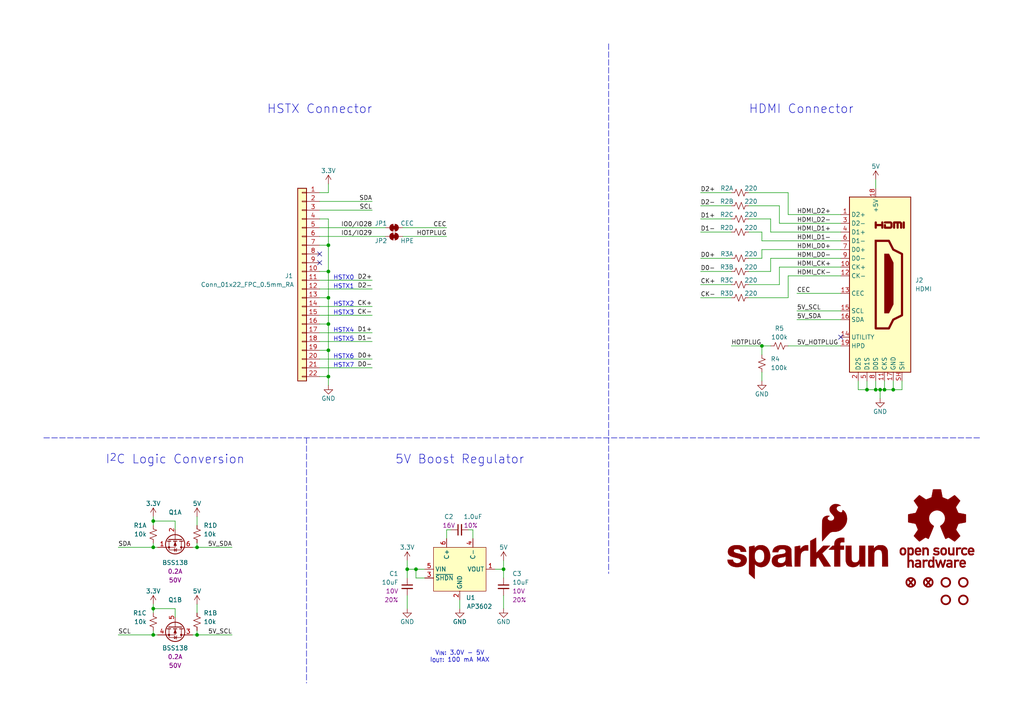
<source format=kicad_sch>
(kicad_sch (version 20231120) (generator "eeschema") (generator_version "8.0")
  (paper "A4")
  (title_block (title "SparkFun HSTX to DVI Breakout") (date "2025-03-03") (rev "v10") (company "SparkFun Electronics") (comment 1 "Designed by: Alex Brudner"))
  (lib_symbols
    (symbol "SparkFun-Aesthetic:Fiducial_0.5mm"
      (symbol "Fiducial_0.5mm_1_1"
        (text "x" (at 0 0.254 0) (effects (font (size 2.5 2.5) (bold yes))))
      )
    )
    (symbol "SparkFun-Aesthetic:OSHW_Logo" (pin_names (offset 1.016)) (in_bom no))
    (symbol "SparkFun-Aesthetic:SparkFun_Logo" (pin_names (offset 1.016)) (on_board no))
    (symbol "SparkFun-Capacitor:1.0uF_0603_16V_10%" (pin_numbers hide) (pin_names (offset 0.254))
      (property "Reference" "C" (at 0.635 2.54 0))
      (property "Value" "1.0uF" (at 0.635 -2.54 0))
      (property "Voltage" "16V" (at 0 -6.35 0))
      (property "Tolerance" "10%" (at 0 -8.89 0))
      (symbol "1.0uF_0603_16V_10%_1_1"
        (pin passive line (at 0 2.54 270) (length 2.032) (name "~") (number "1"))
        (pin passive line (at 0 -2.54 90) (length 2.032) (name "~") (number "2"))
      )
    )
    (symbol "SparkFun-Capacitor:10uF_0603_10V_20%" (pin_numbers hide) (pin_names (offset 0.254))
      (property "Reference" "C" (at 0.635 2.54 0))
      (property "Value" "10uF" (at 0.635 -2.54 0))
      (property "Voltage" "10V" (at 0 -6.35 0))
      (property "Tolerance" "20%" (at 0 -8.89 0))
      (symbol "10uF_0603_10V_20%_1_1"
        (pin passive line (at 0 2.54 270) (length 2.032) (name "~") (number "1"))
        (pin passive line (at 0 -2.54 90) (length 2.032) (name "~") (number "2"))
      )
    )
    (symbol "SparkFun-Connector:Conn_01x22_FPC_0.5mm_RA" (pin_names (offset 1.016) hide)
      (property "Reference" "J" (at 0 27.94 0))
      (property "Value" "Conn_01x22_FPC_0.5mm_RA" (at 0 -30.48 0))
      (symbol "Conn_01x22_FPC_0.5mm_RA_1_1"
        (pin passive line (at -5.08 25.4 0) (length 3.81) (name "Pin_1") (number "1"))
        (pin passive line (at -5.08 2.54 0) (length 3.81) (name "Pin_10") (number "10"))
        (pin passive line (at -5.08 0 0) (length 3.81) (name "Pin_11") (number "11"))
        (pin passive line (at -5.08 -2.54 0) (length 3.81) (name "Pin_12") (number "12"))
        (pin passive line (at -5.08 -5.08 0) (length 3.81) (name "Pin_13") (number "13"))
        (pin passive line (at -5.08 -7.62 0) (length 3.81) (name "Pin_14") (number "14"))
        (pin passive line (at -5.08 -10.16 0) (length 3.81) (name "Pin_15") (number "15"))
        (pin passive line (at -5.08 -12.7 0) (length 3.81) (name "Pin_16") (number "16"))
        (pin passive line (at -5.08 -15.24 0) (length 3.81) (name "Pin_17") (number "17"))
        (pin passive line (at -5.08 -17.78 0) (length 3.81) (name "Pin_18") (number "18"))
        (pin passive line (at -5.08 -20.32 0) (length 3.81) (name "Pin_19") (number "19"))
        (pin passive line (at -5.08 22.86 0) (length 3.81) (name "Pin_2") (number "2"))
        (pin passive line (at -5.08 -22.86 0) (length 3.81) (name "Pin_20") (number "20"))
        (pin passive line (at -5.08 -25.4 0) (length 3.81) (name "Pin_21") (number "21"))
        (pin passive line (at -5.08 -27.94 0) (length 3.81) (name "Pin_22") (number "22"))
        (pin passive line (at -5.08 20.32 0) (length 3.81) (name "Pin_3") (number "3"))
        (pin passive line (at -5.08 17.78 0) (length 3.81) (name "Pin_4") (number "4"))
        (pin passive line (at -5.08 15.24 0) (length 3.81) (name "Pin_5") (number "5"))
        (pin passive line (at -5.08 12.7 0) (length 3.81) (name "Pin_6") (number "6"))
        (pin passive line (at -5.08 10.16 0) (length 3.81) (name "Pin_7") (number "7"))
        (pin passive line (at -5.08 7.62 0) (length 3.81) (name "Pin_8") (number "8"))
        (pin passive line (at -5.08 5.08 0) (length 3.81) (name "Pin_9") (number "9"))
      )
    )
    (symbol "SparkFun-Connector:HDMI_A_19P_SMD"
      (property "Reference" "J" (at -7.112 26.924 0))
      (property "Value" "HDMI" (at 7.112 26.67 0))
      (symbol "HDMI_A_19P_SMD_1_1"
        (pin passive line (at -10.16 20.32 0) (length 2.54) (name "D2+") (number "1"))
        (pin passive line (at -10.16 5.08 0) (length 2.54) (name "CK+") (number "10"))
        (pin power_in line (at 2.54 -27.94 90) (length 2.54) (name "CKS") (number "11"))
        (pin passive line (at -10.16 2.54 0) (length 2.54) (name "CK-") (number "12"))
        (pin bidirectional line (at -10.16 -2.54 0) (length 2.54) (name "CEC") (number "13"))
        (pin passive line (at -10.16 -15.24 0) (length 2.54) (name "UTILITY") (number "14"))
        (pin passive line (at -10.16 -7.62 0) (length 2.54) (name "SCL") (number "15"))
        (pin bidirectional line (at -10.16 -10.16 0) (length 2.54) (name "SDA") (number "16"))
        (pin power_in line (at 5.08 -27.94 90) (length 2.54) (name "GND") (number "17"))
        (pin power_in line (at 0 27.94 270) (length 2.54) (name "+5V") (number "18"))
        (pin passive line (at -10.16 -17.78 0) (length 2.54) (name "HPD") (number "19"))
        (pin power_in line (at -5.08 -27.94 90) (length 2.54) (name "D2S") (number "2"))
        (pin passive line (at -10.16 17.78 0) (length 2.54) (name "D2-") (number "3"))
        (pin passive line (at -10.16 15.24 0) (length 2.54) (name "D1+") (number "4"))
        (pin power_in line (at -2.54 -27.94 90) (length 2.54) (name "D1S") (number "5"))
        (pin passive line (at -10.16 12.7 0) (length 2.54) (name "D1-") (number "6"))
        (pin passive line (at -10.16 10.16 0) (length 2.54) (name "D0+") (number "7"))
        (pin power_in line (at 0 -27.94 90) (length 2.54) (name "D0S") (number "8"))
        (pin passive line (at -10.16 7.62 0) (length 2.54) (name "D0-") (number "9"))
        (pin passive line (at 7.62 -27.94 90) (length 2.54) (name "SH") (number "SH"))
      )
    )
    (symbol "SparkFun-DiscreteSemi:Q_NMOS_0.2A_50V_DUAL" (pin_names (offset 0) hide)
      (property "Reference" "Q" (at 5.08 1.27 0))
      (property "Value" "BSS138" (at 5.08 -1.27 0))
      (property "IMax" "0.2A" (at 7.62 -3.81 0))
      (property "VMax" "50V" (at 7.62 -6.35 0))
      (symbol "Q_NMOS_0.2A_50V_DUAL_1_1"
        (pin passive line (at 2.54 -5.08 90) (length 2.54) (name "S") (number "1"))
        (pin passive line (at -2.54 0 0) (length 0) (name "G") (number "2"))
        (pin passive line (at 2.54 5.08 270) (length 2.54) (name "D") (number "6"))
      )
      (symbol "Q_NMOS_0.2A_50V_DUAL_2_1"
        (pin passive line (at 2.54 5.08 270) (length 2.54) (name "D") (number "3"))
        (pin passive line (at 2.54 -5.08 90) (length 2.54) (name "S") (number "4"))
        (pin passive line (at -2.54 0 0) (length 0) (name "G") (number "5"))
      )
    )
    (symbol "SparkFun-Hardware:Standoff")
    (symbol "SparkFun-IC-Power:AP3602AKTR"
      (property "Reference" "U" (at 0 7.62 0))
      (property "Value" "AP3602" (at 4.318 -7.62 0))
      (symbol "AP3602AKTR_1_1"
        (pin passive line (at 10.16 0 180) (length 2.54) (name "VOUT") (number "1"))
        (pin passive line (at 0 -8.89 90) (length 2.54) (name "GND") (number "2"))
        (pin passive line (at -10.16 -2.54 0) (length 2.54) (name "~{SHDN}") (number "3"))
        (pin passive line (at 3.81 8.89 270) (length 2.54) (name "C-") (number "4"))
        (pin passive line (at -10.16 0 0) (length 2.54) (name "VIN") (number "5"))
        (pin passive line (at -3.81 8.89 270) (length 2.54) (name "C+") (number "6"))
      )
    )
    (symbol "SparkFun-Jumper:SolderJumper_2_Bridged" (pin_numbers hide) (pin_names (offset 0) hide)
      (property "Reference" "JP" (at 0 2.032 0))
      (property "Value" "~" (at 0 -2.54 0))
      (symbol "SolderJumper_2_Bridged_1_1"
        (pin passive line (at -2.54 0 0) (length 1.27) (name "A") (number "1"))
        (pin passive line (at 2.54 0 180) (length 1.27) (name "B") (number "2"))
      )
    )
    (symbol "SparkFun-PowerSymbol:3.3V" (power) (pin_names (offset 0))
      (property "Value" "3.3V" (at 0 3.81 0))
      (symbol "3.3V_1_1"
        (pin power_in line (at 0 0 90) (length 0) hide (name "3.3V") (number "1"))
      )
    )
    (symbol "SparkFun-PowerSymbol:5V" (power) (pin_names (offset 0))
      (property "Value" "5V" (at 0 3.81 0))
      (symbol "5V_1_1"
        (pin power_in line (at 0 0 90) (length 0) hide (name "5V") (number "1"))
      )
    )
    (symbol "SparkFun-PowerSymbol:GND" (power) (pin_names (offset 0))
      (property "Value" "GND" (at 0 -3.81 0))
      (symbol "GND_1_1"
        (pin power_in line (at 0 0 270) (length 0) hide (name "GND") (number "1"))
      )
    )
    (symbol "SparkFun-Resistor:100k_0402" (pin_numbers hide) (pin_names (offset 0))
      (property "Reference" "R" (at 0 -2.54 0))
      (property "Value" "100k" (at 0 2.54 0))
      (symbol "100k_0402_1_1"
        (pin passive line (at -2.54 0 0) (length 1.016) (name "~") (number "1"))
        (pin passive line (at 2.54 0 180) (length 1.016) (name "~") (number "2"))
      )
    )
    (symbol "SparkFun-Resistor:10k_1206_4_ARR" (pin_numbers hide) (pin_names (offset 0))
      (property "Reference" "R" (at 0 -2.54 0))
      (property "Value" "10k" (at 0 2.54 0))
      (symbol "10k_1206_4_ARR_1_1"
        (pin passive line (at -2.54 0 0) (length 1.016) (name "~") (number "1"))
        (pin passive line (at 2.54 0 180) (length 1.016) (name "~") (number "2"))
      )
      (symbol "10k_1206_4_ARR_2_1"
        (pin passive line (at -2.54 0 0) (length 1.016) (name "~") (number "3"))
        (pin passive line (at 2.54 0 180) (length 1.016) (name "~") (number "4"))
      )
      (symbol "10k_1206_4_ARR_3_1"
        (pin passive line (at -2.54 0 0) (length 1.016) (name "~") (number "5"))
        (pin passive line (at 2.54 0 180) (length 1.016) (name "~") (number "6"))
      )
      (symbol "10k_1206_4_ARR_4_1"
        (pin passive line (at -2.54 0 0) (length 1.016) (name "~") (number "7"))
        (pin passive line (at 2.54 0 180) (length 1.016) (name "~") (number "8"))
      )
    )
    (symbol "SparkFun-Resistor:220_0804_4_ARR" (pin_numbers hide) (pin_names (offset 0))
      (property "Reference" "R" (at 0 -2.54 0))
      (property "Value" "220" (at 0 2.54 0))
      (symbol "220_0804_4_ARR_1_1"
        (pin passive line (at -2.54 0 0) (length 1.016) (name "~") (number "1"))
        (pin passive line (at 2.54 0 180) (length 1.016) (name "~") (number "2"))
      )
      (symbol "220_0804_4_ARR_2_1"
        (pin passive line (at -2.54 0 0) (length 1.016) (name "~") (number "3"))
        (pin passive line (at 2.54 0 180) (length 1.016) (name "~") (number "4"))
      )
      (symbol "220_0804_4_ARR_3_1"
        (pin passive line (at -2.54 0 0) (length 1.016) (name "~") (number "5"))
        (pin passive line (at 2.54 0 180) (length 1.016) (name "~") (number "6"))
      )
      (symbol "220_0804_4_ARR_4_1"
        (pin passive line (at -2.54 0 0) (length 1.016) (name "~") (number "7"))
        (pin passive line (at 2.54 0 180) (length 1.016) (name "~") (number "8"))
      )
    )
  )
  (junction (at 95.25 71.12))
  (junction (at 259.08 113.03))
  (junction (at 251.46 113.03))
  (junction (at 220.98 100.33))
  (junction (at 44.45 158.75))
  (junction (at 255.27 113.03))
  (junction (at 44.45 151.13))
  (junction (at 95.25 78.74))
  (junction (at 146.05 165.1))
  (junction (at 95.25 86.36))
  (junction (at 44.45 184.15))
  (junction (at 256.54 113.03))
  (junction (at 44.45 176.53))
  (junction (at 57.15 158.75))
  (junction (at 118.11 165.1))
  (junction (at 95.25 101.6))
  (junction (at 120.65 165.1))
  (junction (at 57.15 184.15))
  (junction (at 254 113.03))
  (junction (at 95.25 93.98))
  (junction (at 95.25 109.22))
  (no_connect (at 92.71 73.66))
  (no_connect (at 92.71 76.2))
  (no_connect (at 243.84 97.79))
  (wire (pts (xy 92.71 86.36) (xy 95.25 86.36)))
  (wire (pts (xy 50.8 176.53) (xy 44.45 176.53)))
  (wire (pts (xy 95.25 63.5) (xy 95.25 71.12)))
  (wire (pts (xy 92.71 68.58) (xy 111.76 68.58)))
  (wire (pts (xy 34.29 184.15) (xy 44.45 184.15)))
  (wire (pts (xy 34.29 158.75) (xy 44.45 158.75)))
  (wire (pts (xy 217.17 55.88) (xy 228.6 55.88)))
  (wire (pts (xy 92.71 55.88) (xy 95.25 55.88)))
  (wire (pts (xy 44.45 151.13) (xy 44.45 152.4)))
  (wire (pts (xy 217.17 59.69) (xy 226.06 59.69)))
  (wire (pts (xy 248.92 113.03) (xy 251.46 113.03)))
  (wire (pts (xy 254 52.07) (xy 254 54.61)))
  (wire (pts (xy 203.2 59.69) (xy 212.09 59.69)))
  (wire (pts (xy 92.71 96.52) (xy 107.95 96.52)))
  (wire (pts (xy 217.17 67.31) (xy 220.98 67.31)))
  (wire (pts (xy 203.2 86.36) (xy 212.09 86.36)))
  (wire (pts (xy 203.2 63.5) (xy 212.09 63.5)))
  (wire (pts (xy 259.08 113.03) (xy 261.62 113.03)))
  (wire (pts (xy 44.45 182.88) (xy 44.45 184.15)))
  (wire (pts (xy 92.71 109.22) (xy 95.25 109.22)))
  (wire (pts (xy 133.35 173.99) (xy 133.35 176.53)))
  (wire (pts (xy 118.11 172.72) (xy 118.11 176.53)))
  (wire (pts (xy 44.45 151.13) (xy 50.8 151.13)))
  (wire (pts (xy 44.45 176.53) (xy 44.45 175.26)))
  (wire (pts (xy 92.71 81.28) (xy 107.95 81.28)))
  (wire (pts (xy 120.65 167.64) (xy 120.65 165.1)))
  (wire (pts (xy 57.15 175.26) (xy 57.15 177.8)))
  (wire (pts (xy 243.84 74.93) (xy 223.52 74.93)))
  (wire (pts (xy 203.2 67.31) (xy 212.09 67.31)))
  (wire (pts (xy 220.98 69.85) (xy 243.84 69.85)))
  (wire (pts (xy 203.2 78.74) (xy 212.09 78.74)))
  (wire (pts (xy 261.62 113.03) (xy 261.62 110.49)))
  (wire (pts (xy 146.05 172.72) (xy 146.05 176.53)))
  (wire (pts (xy 92.71 58.42) (xy 107.95 58.42)))
  (wire (pts (xy 146.05 165.1) (xy 143.51 165.1)))
  (wire (pts (xy 92.71 63.5) (xy 95.25 63.5)))
  (wire (pts (xy 120.65 165.1) (xy 123.19 165.1)))
  (wire (pts (xy 92.71 78.74) (xy 95.25 78.74)))
  (wire (pts (xy 256.54 113.03) (xy 259.08 113.03)))
  (wire (pts (xy 55.88 158.75) (xy 57.15 158.75)))
  (wire (pts (xy 228.6 80.01) (xy 228.6 86.36)))
  (polyline (pts (xy 88.9 127) (xy 88.9 198.12)) (stroke (width 0) (type dash)))
  (wire (pts (xy 217.17 82.55) (xy 226.06 82.55)))
  (wire (pts (xy 44.45 157.48) (xy 44.45 158.75)))
  (wire (pts (xy 231.14 90.17) (xy 243.84 90.17)))
  (polyline (pts (xy 12.7 127) (xy 284.48 127)) (stroke (width 0) (type dash)))
  (wire (pts (xy 212.09 100.33) (xy 220.98 100.33)))
  (wire (pts (xy 92.71 83.82) (xy 107.95 83.82)))
  (wire (pts (xy 95.25 109.22) (xy 95.25 111.76)))
  (wire (pts (xy 50.8 179.07) (xy 50.8 176.53)))
  (wire (pts (xy 118.11 165.1) (xy 120.65 165.1)))
  (wire (pts (xy 251.46 113.03) (xy 254 113.03)))
  (wire (pts (xy 92.71 91.44) (xy 107.95 91.44)))
  (wire (pts (xy 44.45 176.53) (xy 44.45 177.8)))
  (polyline (pts (xy 176.53 12.7) (xy 176.53 127)) (stroke (width 0) (type dash)))
  (wire (pts (xy 137.16 153.67) (xy 137.16 156.21)))
  (wire (pts (xy 95.25 71.12) (xy 95.25 78.74)))
  (wire (pts (xy 220.98 74.93) (xy 220.98 72.39)))
  (wire (pts (xy 92.71 71.12) (xy 95.25 71.12)))
  (wire (pts (xy 57.15 149.86) (xy 57.15 152.4)))
  (wire (pts (xy 220.98 100.33) (xy 220.98 102.87)))
  (wire (pts (xy 223.52 67.31) (xy 243.84 67.31)))
  (wire (pts (xy 123.19 167.64) (xy 120.65 167.64)))
  (wire (pts (xy 146.05 162.56) (xy 146.05 165.1)))
  (wire (pts (xy 55.88 184.15) (xy 57.15 184.15)))
  (wire (pts (xy 223.52 63.5) (xy 223.52 67.31)))
  (wire (pts (xy 57.15 184.15) (xy 67.31 184.15)))
  (wire (pts (xy 92.71 60.96) (xy 107.95 60.96)))
  (wire (pts (xy 92.71 93.98) (xy 95.25 93.98)))
  (wire (pts (xy 226.06 77.47) (xy 243.84 77.47)))
  (wire (pts (xy 223.52 100.33) (xy 220.98 100.33)))
  (wire (pts (xy 226.06 82.55) (xy 226.06 77.47)))
  (wire (pts (xy 118.11 162.56) (xy 118.11 165.1)))
  (wire (pts (xy 248.92 110.49) (xy 248.92 113.03)))
  (wire (pts (xy 92.71 99.06) (xy 107.95 99.06)))
  (wire (pts (xy 118.11 167.64) (xy 118.11 165.1)))
  (wire (pts (xy 95.25 101.6) (xy 95.25 109.22)))
  (wire (pts (xy 57.15 157.48) (xy 57.15 158.75)))
  (wire (pts (xy 255.27 113.03) (xy 256.54 113.03)))
  (wire (pts (xy 220.98 107.95) (xy 220.98 110.49)))
  (wire (pts (xy 228.6 62.23) (xy 243.84 62.23)))
  (wire (pts (xy 231.14 92.71) (xy 243.84 92.71)))
  (wire (pts (xy 231.14 85.09) (xy 243.84 85.09)))
  (wire (pts (xy 228.6 100.33) (xy 243.84 100.33)))
  (wire (pts (xy 95.25 55.88) (xy 95.25 53.34)))
  (polyline (pts (xy 176.53 127) (xy 176.53 166.37)) (stroke (width 0) (type dash)))
  (wire (pts (xy 223.52 78.74) (xy 217.17 78.74)))
  (wire (pts (xy 226.06 64.77) (xy 243.84 64.77)))
  (wire (pts (xy 228.6 80.01) (xy 243.84 80.01)))
  (wire (pts (xy 92.71 66.04) (xy 111.76 66.04)))
  (wire (pts (xy 256.54 110.49) (xy 256.54 113.03)))
  (wire (pts (xy 217.17 74.93) (xy 220.98 74.93)))
  (wire (pts (xy 226.06 59.69) (xy 226.06 64.77)))
  (wire (pts (xy 57.15 182.88) (xy 57.15 184.15)))
  (wire (pts (xy 135.89 153.67) (xy 137.16 153.67)))
  (wire (pts (xy 92.71 88.9) (xy 107.95 88.9)))
  (wire (pts (xy 130.81 153.67) (xy 129.54 153.67)))
  (wire (pts (xy 251.46 110.49) (xy 251.46 113.03)))
  (wire (pts (xy 95.25 86.36) (xy 95.25 93.98)))
  (wire (pts (xy 228.6 55.88) (xy 228.6 62.23)))
  (wire (pts (xy 203.2 74.93) (xy 212.09 74.93)))
  (wire (pts (xy 223.52 74.93) (xy 223.52 78.74)))
  (wire (pts (xy 92.71 106.68) (xy 107.95 106.68)))
  (wire (pts (xy 92.71 104.14) (xy 107.95 104.14)))
  (wire (pts (xy 95.25 93.98) (xy 95.25 101.6)))
  (wire (pts (xy 259.08 110.49) (xy 259.08 113.03)))
  (wire (pts (xy 254 110.49) (xy 254 113.03)))
  (wire (pts (xy 228.6 86.36) (xy 217.17 86.36)))
  (wire (pts (xy 146.05 167.64) (xy 146.05 165.1)))
  (wire (pts (xy 57.15 158.75) (xy 67.31 158.75)))
  (wire (pts (xy 50.8 151.13) (xy 50.8 153.67)))
  (wire (pts (xy 220.98 67.31) (xy 220.98 69.85)))
  (wire (pts (xy 44.45 184.15) (xy 45.72 184.15)))
  (wire (pts (xy 92.71 101.6) (xy 95.25 101.6)))
  (wire (pts (xy 203.2 55.88) (xy 212.09 55.88)))
  (wire (pts (xy 116.84 66.04) (xy 129.54 66.04)))
  (wire (pts (xy 129.54 153.67) (xy 129.54 156.21)))
  (wire (pts (xy 116.84 68.58) (xy 129.54 68.58)))
  (wire (pts (xy 44.45 158.75) (xy 45.72 158.75)))
  (wire (pts (xy 95.25 78.74) (xy 95.25 86.36)))
  (wire (pts (xy 254 113.03) (xy 255.27 113.03)))
  (wire (pts (xy 220.98 72.39) (xy 243.84 72.39)))
  (wire (pts (xy 44.45 149.86) (xy 44.45 151.13)))
  (wire (pts (xy 255.27 113.03) (xy 255.27 115.57)))
  (wire (pts (xy 203.2 82.55) (xy 212.09 82.55)))
  (wire (pts (xy 217.17 63.5) (xy 223.52 63.5)))
  (text "5V Boost Regulator" (at 133.35 133.35 0) (effects (font (size 2.54 2.54))))
  (text "HDMI Connector" (at 232.41 31.75 0) (effects (font (size 2.54 2.54))))
  (text "HSTX3" (at 99.695 90.805 0) (effects (font (size 1.27 1.27))))
  (text "HSTX0" (at 99.695 80.645 0) (effects (font (size 1.27 1.27))))
  (text "HSTX5" (at 99.695 98.425 0) (effects (font (size 1.27 1.27))))
  (text "HSTX Connector" (at 92.71 31.75 0) (effects (font (size 2.54 2.54))))
  (text "HSTX2" (at 99.695 88.265 0) (effects (font (size 1.27 1.27))))
  (text "HSTX4" (at 99.695 95.885 0) (effects (font (size 1.27 1.27))))
  (text "I^{2}C Logic Conversion" (at 50.8 133.35 0) (effects (font (size 2.54 2.54))))
  (text "V_{IN}: 3.0V - 5V\nI_{OUT}: 100 mA MAX" (at 133.35 190.5 0) (effects (font (size 1.27 1.27))))
  (text "HSTX7" (at 99.695 106.045 0) (effects (font (size 1.27 1.27))))
  (text "HSTX6" (at 99.695 103.505 0) (effects (font (size 1.27 1.27))))
  (text "HSTX1" (at 99.695 83.185 0) (effects (font (size 1.27 1.27))))
  (label "IO0{slash}IO28" (at 107.95 66.04 180))
  (label "SDA" (at 107.95 58.42 180))
  (label "D2-" (at 203.2 59.69 0))
  (label "D1-" (at 203.2 67.31 0))
  (label "D2+" (at 203.2 55.88 0))
  (label "IO1{slash}IO29" (at 107.95 68.58 180))
  (label "HDMI_D0+" (at 231.14 72.39 0))
  (label "D0-" (at 203.2 78.74 0))
  (label "D0+" (at 107.95 104.14 180))
  (label "5V_HOTPLUG" (at 231.14 100.33 0))
  (label "CEC" (at 129.54 66.04 180))
  (label "5V_SDA" (at 67.31 158.75 180))
  (label "D1+" (at 203.2 63.5 0))
  (label "D2-" (at 107.95 83.82 180))
  (label "CK+" (at 107.95 88.9 180))
  (label "D2+" (at 107.95 81.28 180))
  (label "HDMI_CK-" (at 231.14 80.01 0))
  (label "D0+" (at 203.2 74.93 0))
  (label "HDMI_D2+" (at 231.14 62.23 0))
  (label "HOTPLUG" (at 129.54 68.58 180))
  (label "HDMI_D0-" (at 231.14 74.93 0))
  (label "D0-" (at 107.95 106.68 180))
  (label "5V_SCL" (at 67.31 184.15 180))
  (label "HDMI_D1+" (at 231.14 67.31 0))
  (label "CK+" (at 203.2 82.55 0))
  (label "SDA" (at 34.29 158.75 0))
  (label "5V_SDA" (at 231.14 92.71 0))
  (label "D1-" (at 107.95 99.06 180))
  (label "CEC" (at 231.14 85.09 0))
  (label "D1+" (at 107.95 96.52 180))
  (label "HDMI_CK+" (at 231.14 77.47 0))
  (label "5V_SCL" (at 231.14 90.17 0))
  (label "HOTPLUG" (at 212.09 100.33 0))
  (label "CK-" (at 203.2 86.36 0))
  (label "HDMI_D1-" (at 231.14 69.85 0))
  (label "HDMI_D2-" (at 231.14 64.77 0))
  (label "SCL" (at 107.95 60.96 180))
  (label "SCL" (at 34.29 184.15 0))
  (label "CK-" (at 107.95 91.44 180))
  (symbol (lib_id "SparkFun-PowerSymbol:5V") (at 57.15 175.26 0) (unit 1)
    (property "Reference" "#PWR04" (effects (hide yes)))
    (property "Value" "5V" (at 57.15 171.45 0))
    (property "Description" "Power symbol creates a global label with name \"5V\"" (effects (hide yes)))
  )
  (symbol (lib_id "SparkFun-Hardware:Standoff") (at 279.4 173.99 0) (unit 1)
    (property "Reference" "ST4" (effects (hide yes)))
    (property "Value" "Standoff" (effects (hide yes)))
    (property "Footprint" "SparkFun-Hardware:Standoff" (effects (hide yes)))
    (property "Description" "Drill holes for mechanically mounting via screws, standoffs, etc." (effects (hide yes)))
  )
  (symbol (lib_id "SparkFun-Resistor:10k_1206_4_ARR") (at 57.15 154.94 90) (unit 4)
    (property "Reference" "R1" (at 59.055 152.4 90) (effects (justify right)))
    (property "Value" "10k" (at 59.055 154.94 90) (effects (justify right)))
    (property "Footprint" "SparkFun-Resistor:R_1206_Array_Convex" (effects (hide yes)))
    (property "Datasheet" "https://www.bourns.com/docs/Product-Datasheets/CATCAY.pdf" (effects (hide yes)))
    (property "Description" "Resistor Array" (effects (hide yes)))
    (property "PROD_ID" "RES-22662" (effects (hide yes)))
  )
  (symbol (lib_id "SparkFun-DiscreteSemi:Q_NMOS_0.2A_50V_DUAL") (at 50.8 181.61 270) (unit 2)
    (property "Reference" "Q1" (at 50.8 173.99 90))
    (property "Value" "BSS138" (at 50.8 187.96 90))
    (property "Footprint" "SparkFun-Semiconductor-Standard:SOT-363" (effects (hide yes)))
    (property "Datasheet" "https://jlcpcb.com/api/file/downloadByFileSystemAccessId/8560080207991635968" (effects (hide yes)))
    (property "Description" "N-MOSFET transistor, drain/gate/source" (effects (hide yes)))
    (property "PROD_ID" "TRANS-25637" (effects (hide yes)))
    (property "IMax" "0.2A" (at 50.8 190.5 90))
    (property "VMax" "50V" (at 50.8 193.04 90))
  )
  (symbol (lib_id "SparkFun-Aesthetic:Fiducial_0.5mm") (at 269.24 168.91 0) (unit 1)
    (property "Reference" "FID2" (effects (hide yes)))
    (property "Value" "Fiducial_0.5mm" (effects (hide yes)))
    (property "Footprint" "SparkFun-Aesthetic:Fiducial_0.5mm_Mask1mm" (effects (hide yes)))
    (property "Description" "Fiducial Marker" (effects (hide yes)))
  )
  (symbol (lib_id "SparkFun-Capacitor:10uF_0603_10V_20%") (at 146.05 170.18 0) (unit 1)
    (property "Reference" "C3" (at 148.59 166.3762 0) (effects (justify left)))
    (property "Value" "10uF" (at 148.59 168.9162 0) (effects (justify left)))
    (property "Footprint" "SparkFun-Capacitor:C_0603_1608Metric" (effects (hide yes)))
    (property "Datasheet" "https://cdn.sparkfun.com/assets/8/a/4/a/5/Kemet_Capacitor_Datasheet.pdf" (effects (hide yes)))
    (property "Description" "Unpolarized capacitor" (effects (hide yes)))
    (property "PROD_ID" "CAP-20155" (effects (hide yes)))
    (property "Voltage" "10V" (at 148.59 171.4562 0) (effects (justify left)))
    (property "Tolerance" "20%" (at 148.59 173.9962 0) (effects (justify left)))
  )
  (symbol (lib_id "SparkFun-Resistor:100k_0402") (at 226.06 100.33 0) (unit 1)
    (property "Reference" "R5" (at 226.06 95.25 0))
    (property "Value" "100k" (at 226.06 97.79 0))
    (property "Footprint" "SparkFun-Resistor:R_0402_1005Metric" (effects (hide yes)))
    (property "Datasheet" "https://www.vishay.com/docs/20035/dcrcwe3.pdf" (effects (hide yes)))
    (property "Description" "Resistor" (effects (hide yes)))
    (property "PROD_ID" "RES-13495" (effects (hide yes)))
  )
  (symbol (lib_id "SparkFun-Connector:HDMI_A_19P_SMD") (at 254 82.55 0) (unit 1)
    (property "Reference" "J2" (at 265.43 81.2799 0) (effects (justify left)))
    (property "Value" "HDMI" (at 265.43 83.8199 0) (effects (justify left)))
    (property "Footprint" "SparkFun-Connector:HDMI_A_19P_SMD" (effects (hide yes)))
    (property "Datasheet" "https://www.lcsc.com/datasheet/lcsc_datasheet_2308101514_XUNPU-HDMI-001S_C720616.pdf" (effects (hide yes)))
    (property "Description" "19P Female HDMI Horizontal attachment 1 500mA" (effects (hide yes)))
    (property "PROD_ID" "CONN-25635" (effects (hide yes)))
  )
  (symbol (lib_id "SparkFun-Aesthetic:OSHW_Logo") (at 271.78 157.48 0) (unit 1) (in_bom no)
    (property "Reference" "G2" (effects (hide yes)))
    (property "Value" "OSHW_Logo" (effects (hide yes)))
    (property "Footprint" "SparkFun-Aesthetic:Creative_Commons_License" (effects (hide yes)))
  )
  (symbol (lib_id "SparkFun-PowerSymbol:3.3V") (at 44.45 149.86 0) (unit 1)
    (property "Reference" "#PWR01" (effects (hide yes)))
    (property "Value" "3.3V" (at 44.45 146.05 0))
    (property "Description" "Power symbol creates a global label with name \"3.3V\"" (effects (hide yes)))
  )
  (symbol (lib_id "SparkFun-Resistor:220_0804_4_ARR") (at 214.63 74.93 0) (unit 1)
    (property "Reference" "R3" (at 210.82 73.66 0))
    (property "Value" "220" (at 217.805 73.66 0))
    (property "Footprint" "SparkFun-Resistor:R_0804_Array_Convex" (effects (hide yes)))
    (property "Datasheet" "https://wmsc.lcsc.com/wmsc/upload/file/pdf/v2/lcsc/1811141450_YAGEO-YC124-JR-07220RL_C326868.pdf" (effects (hide yes)))
    (property "Description" "Resistor Array" (effects (hide yes)))
    (property "PROD_ID" "RES-25638" (effects (hide yes)))
  )
  (symbol (lib_id "SparkFun-Hardware:Standoff") (at 274.32 173.99 0) (unit 1)
    (property "Reference" "ST2" (effects (hide yes)))
    (property "Value" "Standoff" (effects (hide yes)))
    (property "Footprint" "SparkFun-Hardware:Standoff" (effects (hide yes)))
    (property "Description" "Drill holes for mechanically mounting via screws, standoffs, etc." (effects (hide yes)))
  )
  (symbol (lib_id "SparkFun-PowerSymbol:GND") (at 133.35 176.53 0) (unit 1)
    (property "Reference" "#PWR09" (effects (hide yes)))
    (property "Value" "GND" (at 133.35 180.34 0))
    (property "Description" "Power symbol creates a global label with name \"GND\" , ground" (effects (hide yes)))
  )
  (symbol (lib_id "SparkFun-Hardware:Standoff") (at 274.32 168.91 0) (unit 1)
    (property "Reference" "ST1" (effects (hide yes)))
    (property "Value" "Standoff" (effects (hide yes)))
    (property "Footprint" "SparkFun-Hardware:Standoff" (effects (hide yes)))
    (property "Description" "Drill holes for mechanically mounting via screws, standoffs, etc." (effects (hide yes)))
  )
  (symbol (lib_id "SparkFun-PowerSymbol:5V") (at 146.05 162.56 0) (unit 1)
    (property "Reference" "#PWR010" (effects (hide yes)))
    (property "Value" "5V" (at 146.05 158.75 0))
    (property "Description" "Power symbol creates a global label with name \"5V\"" (effects (hide yes)))
  )
  (symbol (lib_id "SparkFun-PowerSymbol:3.3V") (at 44.45 175.26 0) (unit 1)
    (property "Reference" "#PWR02" (effects (hide yes)))
    (property "Value" "3.3V" (at 44.45 171.45 0))
    (property "Description" "Power symbol creates a global label with name \"3.3V\"" (effects (hide yes)))
  )
  (symbol (lib_id "SparkFun-PowerSymbol:3.3V") (at 95.25 53.34 0) (unit 1)
    (property "Reference" "#PWR05" (effects (hide yes)))
    (property "Value" "3.3V" (at 95.25 49.53 0))
    (property "Description" "Power symbol creates a global label with name \"3.3V\"" (effects (hide yes)))
  )
  (symbol (lib_id "SparkFun-Resistor:220_0804_4_ARR") (at 214.63 82.55 0) (unit 3)
    (property "Reference" "R3" (at 210.82 81.28 0))
    (property "Value" "220" (at 217.805 81.28 0))
    (property "Footprint" "SparkFun-Resistor:R_0804_Array_Convex" (effects (hide yes)))
    (property "Datasheet" "https://wmsc.lcsc.com/wmsc/upload/file/pdf/v2/lcsc/1811141450_YAGEO-YC124-JR-07220RL_C326868.pdf" (effects (hide yes)))
    (property "Description" "Resistor Array" (effects (hide yes)))
    (property "PROD_ID" "RES-25638" (effects (hide yes)))
  )
  (symbol (lib_id "SparkFun-Jumper:SolderJumper_2_Bridged") (at 114.3 66.04 0) (unit 1)
    (property "Reference" "JP1" (at 110.49 64.77 0))
    (property "Value" "CEC" (at 118.11 64.77 0))
    (property "Footprint" "SparkFun-Jumper:Jumper_2_NC_Trace" (effects (hide yes)))
    (property "Description" "Solder Jumper, 2-pole, closed/bridged" (effects (hide yes)))
  )
  (symbol (lib_id "SparkFun-PowerSymbol:GND") (at 95.25 111.76 0) (unit 1)
    (property "Reference" "#PWR06" (effects (hide yes)))
    (property "Value" "GND" (at 95.25 115.57 0))
    (property "Description" "Power symbol creates a global label with name \"GND\" , ground" (effects (hide yes)))
  )
  (symbol (lib_id "SparkFun-Resistor:220_0804_4_ARR") (at 214.63 86.36 0) (unit 4)
    (property "Reference" "R3" (at 210.82 85.09 0))
    (property "Value" "220" (at 217.805 85.09 0))
    (property "Footprint" "SparkFun-Resistor:R_0804_Array_Convex" (effects (hide yes)))
    (property "Datasheet" "https://wmsc.lcsc.com/wmsc/upload/file/pdf/v2/lcsc/1811141450_YAGEO-YC124-JR-07220RL_C326868.pdf" (effects (hide yes)))
    (property "Description" "Resistor Array" (effects (hide yes)))
    (property "PROD_ID" "RES-25638" (effects (hide yes)))
  )
  (symbol (lib_id "SparkFun-Capacitor:1.0uF_0603_16V_10%") (at 133.35 153.67 90) (unit 1)
    (property "Reference" "C2" (at 130.175 149.86 90))
    (property "Value" "1.0uF" (at 137.16 149.86 90))
    (property "Footprint" "SparkFun-Capacitor:C_0603_1608Metric" (effects (hide yes)))
    (property "Datasheet" "https://cdn.sparkfun.com/assets/8/a/4/a/5/Kemet_Capacitor_Datasheet.pdf" (effects (hide yes)))
    (property "Description" "Unpolarized capacitor" (effects (hide yes)))
    (property "PROD_ID" "CAP-13930" (effects (hide yes)))
    (property "Voltage" "16V" (at 130.175 152.4 90))
    (property "Tolerance" "10%" (at 136.525 152.4 90))
  )
  (symbol (lib_id "SparkFun-Aesthetic:SparkFun_Logo") (at 233.68 161.29 0) (unit 1) (on_board no)
    (property "Reference" "G1" (effects (hide yes)))
    (property "Value" "SparkFun_Logo" (effects (hide yes)))
  )
  (symbol (lib_id "SparkFun-Resistor:100k_0402") (at 220.98 105.41 270) (unit 1)
    (property "Reference" "R4" (at 223.52 104.1399 90) (effects (justify left)))
    (property "Value" "100k" (at 223.52 106.6799 90) (effects (justify left)))
    (property "Footprint" "SparkFun-Resistor:R_0402_1005Metric" (effects (hide yes)))
    (property "Datasheet" "https://www.vishay.com/docs/20035/dcrcwe3.pdf" (effects (hide yes)))
    (property "Description" "Resistor" (effects (hide yes)))
    (property "PROD_ID" "RES-13495" (effects (hide yes)))
  )
  (symbol (lib_id "SparkFun-Resistor:220_0804_4_ARR") (at 214.63 63.5 0) (unit 3)
    (property "Reference" "R2" (at 210.82 62.23 0))
    (property "Value" "220" (at 217.805 62.23 0))
    (property "Footprint" "SparkFun-Resistor:R_0804_Array_Convex" (effects (hide yes)))
    (property "Datasheet" "https://wmsc.lcsc.com/wmsc/upload/file/pdf/v2/lcsc/1811141450_YAGEO-YC124-JR-07220RL_C326868.pdf" (effects (hide yes)))
    (property "Description" "Resistor Array" (effects (hide yes)))
    (property "PROD_ID" "RES-25638" (effects (hide yes)))
  )
  (symbol (lib_id "SparkFun-Resistor:220_0804_4_ARR") (at 214.63 67.31 0) (unit 4)
    (property "Reference" "R2" (at 210.82 66.04 0))
    (property "Value" "220" (at 217.805 66.04 0))
    (property "Footprint" "SparkFun-Resistor:R_0804_Array_Convex" (effects (hide yes)))
    (property "Datasheet" "https://wmsc.lcsc.com/wmsc/upload/file/pdf/v2/lcsc/1811141450_YAGEO-YC124-JR-07220RL_C326868.pdf" (effects (hide yes)))
    (property "Description" "Resistor Array" (effects (hide yes)))
    (property "PROD_ID" "RES-25638" (effects (hide yes)))
  )
  (symbol (lib_id "SparkFun-IC-Power:AP3602AKTR") (at 133.35 165.1 0) (unit 1)
    (property "Reference" "U1" (at 136.525 173.355 0))
    (property "Value" "AP3602" (at 139.065 175.895 0))
    (property "Footprint" "SparkFun-Semiconductor-Standard:SOT23-6" (effects (hide yes)))
    (property "Datasheet" "https://wmsc.lcsc.com/wmsc/upload/file/pdf/v2/lcsc/2005291035_Diodes-Incorporated-AP3602AKTR-G1_C460358.pdf" (effects (hide yes)))
    (property "Description" "100mA Charge Pump" (effects (hide yes)))
    (property "PROD_ID" "VREG-25636" (effects (hide yes)))
  )
  (symbol (lib_id "SparkFun-Resistor:220_0804_4_ARR") (at 214.63 59.69 0) (unit 2)
    (property "Reference" "R2" (at 210.82 58.42 0))
    (property "Value" "220" (at 217.805 58.42 0))
    (property "Footprint" "SparkFun-Resistor:R_0804_Array_Convex" (effects (hide yes)))
    (property "Datasheet" "https://wmsc.lcsc.com/wmsc/upload/file/pdf/v2/lcsc/1811141450_YAGEO-YC124-JR-07220RL_C326868.pdf" (effects (hide yes)))
    (property "Description" "Resistor Array" (effects (hide yes)))
    (property "PROD_ID" "RES-25638" (effects (hide yes)))
  )
  (symbol (lib_id "SparkFun-Hardware:Standoff") (at 279.4 168.91 0) (unit 1)
    (property "Reference" "ST3" (effects (hide yes)))
    (property "Value" "Standoff" (effects (hide yes)))
    (property "Footprint" "SparkFun-Hardware:Standoff" (effects (hide yes)))
    (property "Description" "Drill holes for mechanically mounting via screws, standoffs, etc." (effects (hide yes)))
  )
  (symbol (lib_id "SparkFun-DiscreteSemi:Q_NMOS_0.2A_50V_DUAL") (at 50.8 156.21 270) (unit 1)
    (property "Reference" "Q1" (at 50.8 148.59 90))
    (property "Value" "BSS138" (at 50.8 163.195 90))
    (property "Footprint" "SparkFun-Semiconductor-Standard:SOT-363" (effects (hide yes)))
    (property "Datasheet" "https://jlcpcb.com/api/file/downloadByFileSystemAccessId/8560080207991635968" (effects (hide yes)))
    (property "Description" "N-MOSFET transistor, drain/gate/source" (effects (hide yes)))
    (property "PROD_ID" "TRANS-25637" (effects (hide yes)))
    (property "IMax" "0.2A" (at 50.8 165.735 90))
    (property "VMax" "50V" (at 50.8 168.275 90))
  )
  (symbol (lib_id "SparkFun-PowerSymbol:GND") (at 255.27 115.57 0) (unit 1)
    (property "Reference" "#PWR014" (effects (hide yes)))
    (property "Value" "GND" (at 255.27 119.38 0))
    (property "Description" "Power symbol creates a global label with name \"GND\" , ground" (effects (hide yes)))
  )
  (symbol (lib_id "SparkFun-PowerSymbol:GND") (at 118.11 176.53 0) (unit 1)
    (property "Reference" "#PWR08" (effects (hide yes)))
    (property "Value" "GND" (at 118.11 180.34 0))
    (property "Description" "Power symbol creates a global label with name \"GND\" , ground" (effects (hide yes)))
  )
  (symbol (lib_id "SparkFun-Resistor:220_0804_4_ARR") (at 214.63 78.74 0) (unit 2)
    (property "Reference" "R3" (at 210.82 77.47 0))
    (property "Value" "220" (at 217.805 77.47 0))
    (property "Footprint" "SparkFun-Resistor:R_0804_Array_Convex" (effects (hide yes)))
    (property "Datasheet" "https://wmsc.lcsc.com/wmsc/upload/file/pdf/v2/lcsc/1811141450_YAGEO-YC124-JR-07220RL_C326868.pdf" (effects (hide yes)))
    (property "Description" "Resistor Array" (effects (hide yes)))
    (property "PROD_ID" "RES-25638" (effects (hide yes)))
  )
  (symbol (lib_id "SparkFun-Resistor:10k_1206_4_ARR") (at 44.45 180.34 90) (unit 3)
    (property "Reference" "R1" (at 42.545 177.8 90) (effects (justify left)))
    (property "Value" "10k" (at 42.545 180.34 90) (effects (justify left)))
    (property "Footprint" "SparkFun-Resistor:R_1206_Array_Convex" (effects (hide yes)))
    (property "Datasheet" "https://www.bourns.com/docs/Product-Datasheets/CATCAY.pdf" (effects (hide yes)))
    (property "Description" "Resistor Array" (effects (hide yes)))
    (property "PROD_ID" "RES-22662" (effects (hide yes)))
  )
  (symbol (lib_id "SparkFun-Resistor:10k_1206_4_ARR") (at 44.45 154.94 90) (unit 1)
    (property "Reference" "R1" (at 42.545 152.4 90) (effects (justify left)))
    (property "Value" "10k" (at 42.545 154.94 90) (effects (justify left)))
    (property "Footprint" "SparkFun-Resistor:R_1206_Array_Convex" (effects (hide yes)))
    (property "Datasheet" "https://www.bourns.com/docs/Product-Datasheets/CATCAY.pdf" (effects (hide yes)))
    (property "Description" "Resistor Array" (effects (hide yes)))
    (property "PROD_ID" "RES-22662" (effects (hide yes)))
  )
  (symbol (lib_id "SparkFun-PowerSymbol:3.3V") (at 118.11 162.56 0) (unit 1)
    (property "Reference" "#PWR07" (effects (hide yes)))
    (property "Value" "3.3V" (at 118.11 158.75 0))
    (property "Description" "Power symbol creates a global label with name \"3.3V\"" (effects (hide yes)))
  )
  (symbol (lib_id "SparkFun-PowerSymbol:5V") (at 57.15 149.86 0) (unit 1)
    (property "Reference" "#PWR03" (effects (hide yes)))
    (property "Value" "5V" (at 57.15 146.05 0))
    (property "Description" "Power symbol creates a global label with name \"5V\"" (effects (hide yes)))
  )
  (symbol (lib_id "SparkFun-Capacitor:10uF_0603_10V_20%") (at 118.11 170.18 0) (mirror y) (unit 1)
    (property "Reference" "C1" (at 115.57 166.3762 0) (effects (justify left)))
    (property "Value" "10uF" (at 115.57 168.9162 0) (effects (justify left)))
    (property "Footprint" "SparkFun-Capacitor:C_0603_1608Metric" (effects (hide yes)))
    (property "Datasheet" "https://cdn.sparkfun.com/assets/8/a/4/a/5/Kemet_Capacitor_Datasheet.pdf" (effects (hide yes)))
    (property "Description" "Unpolarized capacitor" (effects (hide yes)))
    (property "PROD_ID" "CAP-20155" (effects (hide yes)))
    (property "Voltage" "10V" (at 115.57 171.4562 0) (effects (justify left)))
    (property "Tolerance" "20%" (at 115.57 173.9962 0) (effects (justify left)))
  )
  (symbol (lib_id "SparkFun-PowerSymbol:GND") (at 146.05 176.53 0) (unit 1)
    (property "Reference" "#PWR011" (effects (hide yes)))
    (property "Value" "GND" (at 146.05 180.34 0))
    (property "Description" "Power symbol creates a global label with name \"GND\" , ground" (effects (hide yes)))
  )
  (symbol (lib_id "SparkFun-Resistor:220_0804_4_ARR") (at 214.63 55.88 0) (unit 1)
    (property "Reference" "R2" (at 210.82 54.61 0))
    (property "Value" "220" (at 217.805 54.61 0))
    (property "Footprint" "SparkFun-Resistor:R_0804_Array_Convex" (effects (hide yes)))
    (property "Datasheet" "https://wmsc.lcsc.com/wmsc/upload/file/pdf/v2/lcsc/1811141450_YAGEO-YC124-JR-07220RL_C326868.pdf" (effects (hide yes)))
    (property "Description" "Resistor Array" (effects (hide yes)))
    (property "PROD_ID" "RES-25638" (effects (hide yes)))
  )
  (symbol (lib_id "SparkFun-Jumper:SolderJumper_2_Bridged") (at 114.3 68.58 0) (unit 1)
    (property "Reference" "JP2" (at 110.49 69.85 0))
    (property "Value" "HPE" (at 118.11 69.85 0))
    (property "Footprint" "SparkFun-Jumper:Jumper_2_NC_Trace" (effects (hide yes)))
    (property "Description" "Solder Jumper, 2-pole, closed/bridged" (effects (hide yes)))
  )
  (symbol (lib_id "SparkFun-PowerSymbol:GND") (at 220.98 110.49 0) (unit 1)
    (property "Reference" "#PWR012" (effects (hide yes)))
    (property "Value" "GND" (at 220.98 114.3 0))
    (property "Description" "Power symbol creates a global label with name \"GND\" , ground" (effects (hide yes)))
  )
  (symbol (lib_id "SparkFun-Connector:Conn_01x22_FPC_0.5mm_RA") (at 87.63 81.28 0) (mirror y) (unit 1)
    (property "Reference" "J1" (at 83.82 80.01 0))
    (property "Value" "Conn_01x22_FPC_0.5mm_RA" (at 71.755 82.55 0))
    (property "Footprint" "SparkFun-Connector:FPC_0.5mm-22_RA" (effects (hide yes)))
    (property "Datasheet" "https://www.lcsc.com/datasheet/lcsc_datasheet_2304140030_JUSHUO-AFC01-S22FCA-00_C262668.pdf" (effects (hide yes)))
    (property "Description" "RA FPC connector" (effects (hide yes)))
    (property "PROD_ID" "CONN-25634" (effects (hide yes)))
  )
  (symbol (lib_id "SparkFun-Resistor:10k_1206_4_ARR") (at 57.15 180.34 90) (unit 2)
    (property "Reference" "R1" (at 59.055 177.8 90) (effects (justify right)))
    (property "Value" "10k" (at 59.055 180.34 90) (effects (justify right)))
    (property "Footprint" "SparkFun-Resistor:R_1206_Array_Convex" (effects (hide yes)))
    (property "Datasheet" "https://www.bourns.com/docs/Product-Datasheets/CATCAY.pdf" (effects (hide yes)))
    (property "Description" "Resistor Array" (effects (hide yes)))
    (property "PROD_ID" "RES-22662" (effects (hide yes)))
  )
  (symbol (lib_id "SparkFun-PowerSymbol:5V") (at 254 52.07 0) (unit 1)
    (property "Reference" "#PWR013" (effects (hide yes)))
    (property "Value" "5V" (at 254 48.26 0))
    (property "Description" "Power symbol creates a global label with name \"5V\"" (effects (hide yes)))
  )
  (symbol (lib_id "SparkFun-Aesthetic:Fiducial_0.5mm") (at 264.16 168.91 0) (unit 1)
    (property "Reference" "FID1" (effects (hide yes)))
    (property "Value" "Fiducial_0.5mm" (effects (hide yes)))
    (property "Footprint" "SparkFun-Aesthetic:Fiducial_0.5mm_Mask1mm" (effects (hide yes)))
    (property "Description" "Fiducial Marker" (effects (hide yes)))
  )
)
</source>
